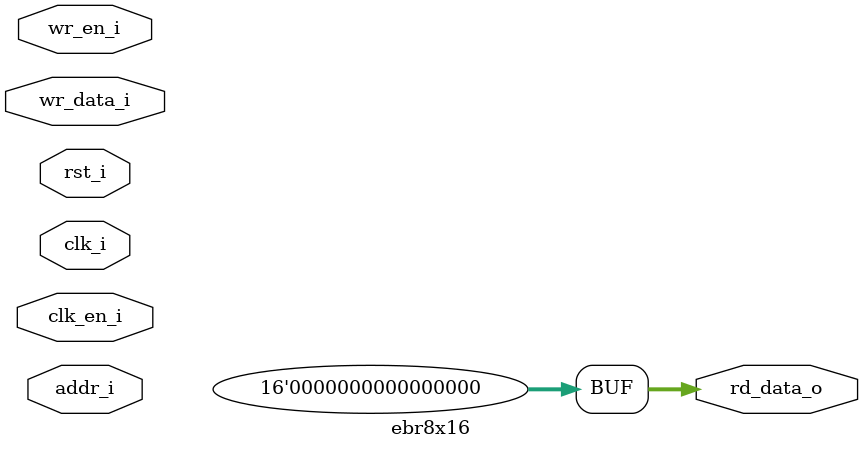
<source format=v>
module ebr8x16(	// file.cleaned.mlir:2:3
  input         clk_i,	// file.cleaned.mlir:2:25
                rst_i,	// file.cleaned.mlir:2:41
                clk_en_i,	// file.cleaned.mlir:2:57
                wr_en_i,	// file.cleaned.mlir:2:76
  input  [15:0] wr_data_i,	// file.cleaned.mlir:2:94
  input  [7:0]  addr_i,	// file.cleaned.mlir:2:115
  output [15:0] rd_data_o	// file.cleaned.mlir:2:133
);

  assign rd_data_o = 16'h0;	// file.cleaned.mlir:3:15, :4:5
endmodule


</source>
